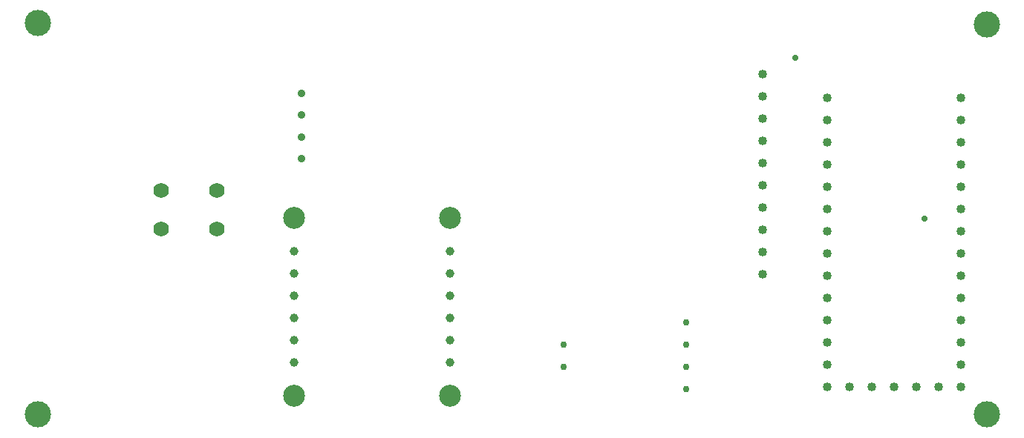
<source format=gbr>
%TF.GenerationSoftware,Altium Limited,Altium Designer,25.1.2 (22)*%
G04 Layer_Color=0*
%FSLAX45Y45*%
%MOMM*%
%TF.SameCoordinates,757FA7A9-4291-4AF8-8684-A19F9D108C22*%
%TF.FilePolarity,Positive*%
%TF.FileFunction,Plated,1,2,PTH,Drill*%
%TF.Part,Single*%
G01*
G75*
%TA.AperFunction,ComponentDrill*%
%ADD43C,1.02000*%
%ADD44C,1.02000*%
%ADD45C,1.00000*%
%ADD46C,2.50000*%
%ADD47C,0.76200*%
%ADD48C,0.90000*%
%TA.AperFunction,OtherDrill,Pad Free-9 (137.16mm,25.908mm)*%
%ADD49C,3.00000*%
%TA.AperFunction,OtherDrill,Pad Free-9 (137.16mm,70.485mm)*%
%ADD50C,3.00000*%
%TA.AperFunction,ComponentDrill*%
%ADD51C,1.76000*%
%TA.AperFunction,OtherDrill,Pad Free-9 (28.956mm,70.612mm)*%
%ADD52C,3.00000*%
%TA.AperFunction,OtherDrill,Pad Free-9 (28.956mm,25.908mm)*%
%ADD53C,3.00000*%
%TA.AperFunction,ViaDrill,NotFilled*%
%ADD54C,0.71120*%
D43*
X11899900Y2908300D02*
D03*
Y3162300D02*
D03*
Y3416300D02*
D03*
Y3670300D02*
D03*
Y3924300D02*
D03*
Y4178300D02*
D03*
Y4432300D02*
D03*
Y4686300D02*
D03*
Y4940300D02*
D03*
Y5194300D02*
D03*
Y5448300D02*
D03*
Y5702300D02*
D03*
Y5956300D02*
D03*
Y6210300D02*
D03*
X13423900Y2908300D02*
D03*
Y3162300D02*
D03*
Y3416300D02*
D03*
Y3670300D02*
D03*
Y3924300D02*
D03*
Y4178300D02*
D03*
Y4432300D02*
D03*
Y4686300D02*
D03*
Y4940300D02*
D03*
Y5194300D02*
D03*
Y5448300D02*
D03*
Y5702300D02*
D03*
Y5956300D02*
D03*
Y6210300D02*
D03*
X12153900Y2908300D02*
D03*
X12407900D02*
D03*
X12661900D02*
D03*
X12915900D02*
D03*
X13169901D02*
D03*
D44*
X11163300Y4191000D02*
D03*
Y4445000D02*
D03*
Y4699000D02*
D03*
Y4953000D02*
D03*
Y5207000D02*
D03*
Y5461000D02*
D03*
Y5715000D02*
D03*
Y5969000D02*
D03*
Y6223000D02*
D03*
Y6477000D02*
D03*
D45*
X7594600Y3187700D02*
D03*
Y3441700D02*
D03*
Y3695700D02*
D03*
Y3949700D02*
D03*
Y4203700D02*
D03*
Y4457700D02*
D03*
X5816600Y3187700D02*
D03*
Y3441700D02*
D03*
Y3695700D02*
D03*
Y3949700D02*
D03*
Y4203700D02*
D03*
Y4457700D02*
D03*
D46*
Y2806700D02*
D03*
Y4838700D02*
D03*
X7594600Y2806700D02*
D03*
Y4838700D02*
D03*
D47*
X10287000Y3644900D02*
D03*
Y3390900D02*
D03*
Y3136900D02*
D03*
Y2882900D02*
D03*
X8890000Y3136900D02*
D03*
Y3390900D02*
D03*
D48*
X5905500Y5511800D02*
D03*
Y5761800D02*
D03*
Y6011800D02*
D03*
Y6261800D02*
D03*
D49*
X13716000Y2590800D02*
D03*
D50*
Y7048500D02*
D03*
D51*
X4940700Y4705100D02*
D03*
Y5150100D02*
D03*
X4305700Y4705100D02*
D03*
Y5150100D02*
D03*
D52*
X2895600Y7061200D02*
D03*
D53*
Y2590800D02*
D03*
D54*
X13004800Y4826000D02*
D03*
X11531600Y6667500D02*
D03*
%TF.MD5,2f42fa0bd745bc5254026a96dd950825*%
M02*

</source>
